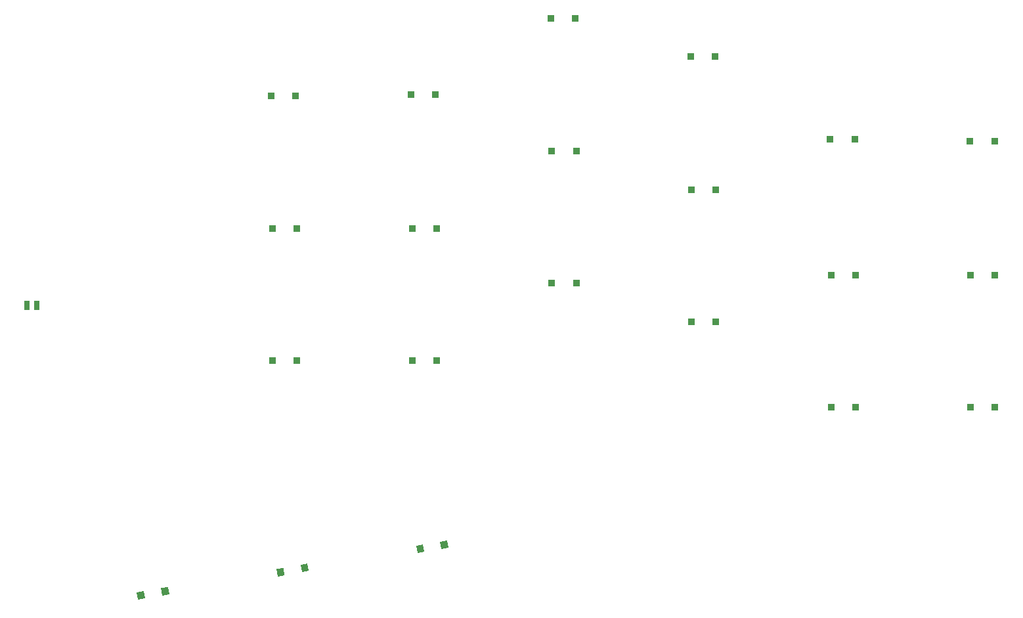
<source format=gbr>
G04 EAGLE Gerber RS-274X export*
G75*
%MOMM*%
%FSLAX34Y34*%
%LPD*%
%INSolderpaste Top*%
%IPPOS*%
%AMOC8*
5,1,8,0,0,1.08239X$1,22.5*%
G01*
G04 Define Apertures*
%ADD10R,0.635000X1.270000*%
%ADD11R,0.900000X0.950000*%
D10*
X-692700Y-249200D03*
X-680000Y-249200D03*
D11*
X555750Y-210000D03*
X524250Y-210000D03*
X555750Y-380000D03*
X524250Y-380000D03*
X375750Y-210000D03*
X344250Y-210000D03*
X375750Y-380000D03*
X344250Y-380000D03*
X195750Y-100000D03*
X164250Y-100000D03*
X195750Y-270000D03*
X164250Y-270000D03*
X15750Y-50000D03*
X-15750Y-50000D03*
X15750Y-220000D03*
X-15750Y-220000D03*
X-164250Y-150000D03*
X-195750Y-150000D03*
X-164250Y-320000D03*
X-195750Y-320000D03*
X-344250Y-150000D03*
X-375750Y-150000D03*
X-344250Y-320000D03*
X-375750Y-320000D03*
G36*
X-149233Y-561161D02*
X-158095Y-562724D01*
X-159745Y-553369D01*
X-150883Y-551806D01*
X-149233Y-561161D01*
G37*
G36*
X-180255Y-566631D02*
X-189117Y-568194D01*
X-190767Y-558839D01*
X-181905Y-557276D01*
X-180255Y-566631D01*
G37*
G36*
X-329233Y-591161D02*
X-338095Y-592724D01*
X-339745Y-583369D01*
X-330883Y-581806D01*
X-329233Y-591161D01*
G37*
G36*
X-360255Y-596631D02*
X-369117Y-598194D01*
X-370767Y-588839D01*
X-361905Y-587276D01*
X-360255Y-596631D01*
G37*
G36*
X-509233Y-621161D02*
X-518095Y-622724D01*
X-519745Y-613369D01*
X-510883Y-611806D01*
X-509233Y-621161D01*
G37*
G36*
X-540255Y-626631D02*
X-549117Y-628194D01*
X-550767Y-618839D01*
X-541905Y-617276D01*
X-540255Y-626631D01*
G37*
X555070Y-37140D03*
X523570Y-37140D03*
X374820Y-35080D03*
X343320Y-35080D03*
X194820Y72390D03*
X163320Y72390D03*
X14800Y121300D03*
X-16700Y121300D03*
X-165860Y22860D03*
X-197360Y22860D03*
X-346200Y21590D03*
X-377700Y21590D03*
M02*

</source>
